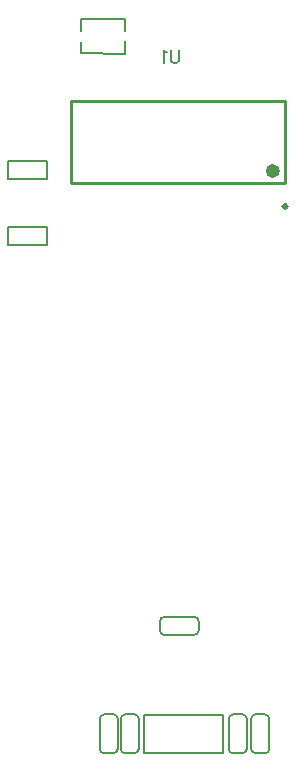
<source format=gbo>
G04 Layer: BottomSilkLayer*
G04 EasyEDA v6.4.19.4, 2021-06-11T14:51:01+08:00*
G04 1c108e45da03483e8fe651057a321652,2444bf6f38dc4a26b464d521983d9d6f,10*
G04 Gerber Generator version 0.2*
G04 Scale: 100 percent, Rotated: No, Reflected: No *
G04 Dimensions in millimeters *
G04 leading zeros omitted , absolute positions ,4 integer and 5 decimal *
%FSLAX45Y45*%
%MOMM*%

%ADD10C,0.2540*%
%ADD26C,0.6000*%
%ADD30C,0.2032*%
%ADD32C,0.2000*%
%ADD33C,0.2007*%
%ADD34C,0.1524*%
%ADD35C,0.3000*%

%LPD*%
D34*
X5638800Y9538754D02*
G01*
X5638800Y9460776D01*
X5633720Y9445282D01*
X5623306Y9434868D01*
X5607558Y9429788D01*
X5597143Y9429788D01*
X5581650Y9434868D01*
X5571236Y9445282D01*
X5566156Y9460776D01*
X5566156Y9538754D01*
X5531865Y9517926D02*
G01*
X5521452Y9523260D01*
X5505704Y9538754D01*
X5505704Y9429788D01*
D30*
X5511800Y4737100D02*
G01*
X5765800Y4737100D01*
X5765800Y4584700D02*
G01*
X5511800Y4584700D01*
X5473700Y4622800D02*
G01*
X5473700Y4699000D01*
X5803900Y4699000D02*
G01*
X5803900Y4622800D01*
X6248400Y3619500D02*
G01*
X6248400Y3873500D01*
X6400800Y3873500D02*
G01*
X6400800Y3619500D01*
X6362700Y3581400D02*
G01*
X6286500Y3581400D01*
X6286500Y3911600D02*
G01*
X6362700Y3911600D01*
X6057900Y3619500D02*
G01*
X6057900Y3873500D01*
X6210300Y3873500D02*
G01*
X6210300Y3619500D01*
X6172200Y3581400D02*
G01*
X6096000Y3581400D01*
X6096000Y3911600D02*
G01*
X6172200Y3911600D01*
X5143500Y3619500D02*
G01*
X5143500Y3873500D01*
X5295900Y3873500D02*
G01*
X5295900Y3619500D01*
X5257800Y3581400D02*
G01*
X5181600Y3581400D01*
X5181600Y3911600D02*
G01*
X5257800Y3911600D01*
X4965700Y3619500D02*
G01*
X4965700Y3873500D01*
X5118100Y3873500D02*
G01*
X5118100Y3619500D01*
X5080000Y3581400D02*
G01*
X5003800Y3581400D01*
X5003800Y3911600D02*
G01*
X5080000Y3911600D01*
X4191078Y8597900D02*
G01*
X4521253Y8597900D01*
X4521253Y8445500D02*
G01*
X4191078Y8445500D01*
X4191078Y8445500D02*
G01*
X4191078Y8597900D01*
X4521253Y8597900D02*
G01*
X4521253Y8445500D01*
X4191078Y8039100D02*
G01*
X4521253Y8039100D01*
X4521253Y7886700D02*
G01*
X4191078Y7886700D01*
X4191078Y7886700D02*
G01*
X4191078Y8039100D01*
X4521253Y8039100D02*
G01*
X4521253Y7886700D01*
D32*
X4804143Y9606998D02*
G01*
X4804143Y9507021D01*
X5178132Y9506996D01*
X5178132Y9611009D01*
X5178094Y9696996D02*
G01*
X5178094Y9798977D01*
X4804105Y9799002D01*
X4804105Y9694971D01*
D10*
X6531102Y9012237D02*
G01*
X6531102Y9105049D01*
X4721097Y9105049D01*
X4721097Y8412238D01*
X6531102Y8412238D01*
X6531102Y9012237D01*
D33*
X5341365Y3583686D02*
G01*
X6011418Y3583686D01*
X6011418Y3908552D01*
X5341365Y3908552D01*
X5341365Y3583686D01*
D30*
G75*
G01*
X5511800Y4737100D02*
G03*
X5473700Y4699000I0J-38100D01*
G75*
G01*
X5473700Y4622800D02*
G03*
X5511800Y4584700I38100J0D01*
G75*
G01*
X5803900Y4699000D02*
G03*
X5765800Y4737100I-38100J0D01*
G75*
G01*
X5765800Y4584700D02*
G03*
X5803900Y4622800I0J38100D01*
G75*
G01*
X6248400Y3619500D02*
G03*
X6286500Y3581400I38100J0D01*
G75*
G01*
X6362700Y3581400D02*
G03*
X6400800Y3619500I0J38100D01*
G75*
G01*
X6286500Y3911600D02*
G03*
X6248400Y3873500I0J-38100D01*
G75*
G01*
X6400800Y3873500D02*
G03*
X6362700Y3911600I-38100J0D01*
G75*
G01*
X6057900Y3619500D02*
G03*
X6096000Y3581400I38100J0D01*
G75*
G01*
X6172200Y3581400D02*
G03*
X6210300Y3619500I0J38100D01*
G75*
G01*
X6096000Y3911600D02*
G03*
X6057900Y3873500I0J-38100D01*
G75*
G01*
X6210300Y3873500D02*
G03*
X6172200Y3911600I-38100J0D01*
G75*
G01*
X5143500Y3619500D02*
G03*
X5181600Y3581400I38100J0D01*
G75*
G01*
X5257800Y3581400D02*
G03*
X5295900Y3619500I0J38100D01*
G75*
G01*
X5181600Y3911600D02*
G03*
X5143500Y3873500I0J-38100D01*
G75*
G01*
X5295900Y3873500D02*
G03*
X5257800Y3911600I-38100J0D01*
G75*
G01*
X4965700Y3619500D02*
G03*
X5003800Y3581400I38100J0D01*
G75*
G01*
X5080000Y3581400D02*
G03*
X5118100Y3619500I0J38100D01*
G75*
G01*
X5003800Y3911600D02*
G03*
X4965700Y3873500I0J-38100D01*
G75*
G01*
X5118100Y3873500D02*
G03*
X5080000Y3911600I-38100J0D01*
D26*
G75*
G01*
X6431026Y8542312D02*
G02*
X6430518Y8542312I-254J-29999D01*
D35*
G75*
G01*
X6536182Y8227352D02*
G02*
X6535928Y8227352I-127J-15001D01*
M02*

</source>
